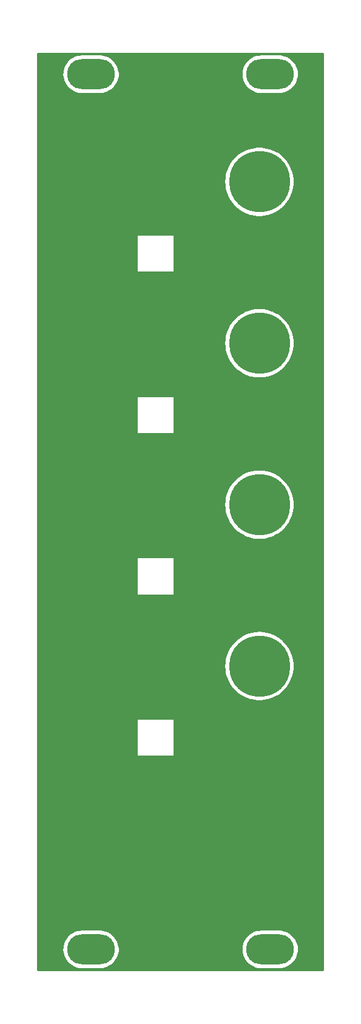
<source format=gbl>
G04 #@! TF.GenerationSoftware,KiCad,Pcbnew,7.0.5.1-1-g8f565ef7f0-dirty-deb11*
G04 #@! TF.CreationDate,2023-06-10T15:43:30+00:00*
G04 #@! TF.ProjectId,Basic-DC-mixer,42617369-632d-4444-932d-6d697865722e,rev?*
G04 #@! TF.SameCoordinates,Original*
G04 #@! TF.FileFunction,Copper,L2,Bot*
G04 #@! TF.FilePolarity,Positive*
%FSLAX46Y46*%
G04 Gerber Fmt 4.6, Leading zero omitted, Abs format (unit mm)*
G04 Created by KiCad (PCBNEW 7.0.5.1-1-g8f565ef7f0-dirty-deb11) date 2023-06-10 15:43:30*
%MOMM*%
%LPD*%
G01*
G04 APERTURE LIST*
G04 #@! TA.AperFunction,ComponentPad*
%ADD10O,6.700000X4.200000*%
G04 #@! TD*
G04 #@! TA.AperFunction,ViaPad*
%ADD11C,8.500000*%
G04 #@! TD*
G04 #@! TA.AperFunction,ViaPad*
%ADD12C,8.000000*%
G04 #@! TD*
G04 APERTURE END LIST*
D10*
X79500000Y-147000000D03*
X79500000Y-25000000D03*
X104500000Y-147000000D03*
X104500000Y-25000000D03*
D11*
X103000000Y-107500000D03*
X103000000Y-85000000D03*
X103000000Y-40000000D03*
X103000000Y-62500000D03*
D12*
X107000000Y-128500000D03*
X77500000Y-62500000D03*
X97000000Y-128500000D03*
X77500000Y-107500000D03*
X77500000Y-85000000D03*
X88500000Y-107500000D03*
X88500000Y-62500000D03*
X88500000Y-40000000D03*
X77500000Y-40000000D03*
X88500000Y-85000000D03*
G04 #@! TA.AperFunction,Conductor*
G36*
X111937500Y-22017113D02*
G01*
X111982887Y-22062500D01*
X111999500Y-22124500D01*
X111999500Y-149875500D01*
X111982887Y-149937500D01*
X111937500Y-149982887D01*
X111875500Y-149999500D01*
X72124500Y-149999500D01*
X72062500Y-149982887D01*
X72017113Y-149937500D01*
X72000500Y-149875500D01*
X72000500Y-147080481D01*
X75637782Y-147080481D01*
X75667472Y-147400882D01*
X75736309Y-147715206D01*
X75843252Y-148018687D01*
X75986679Y-148306728D01*
X76164416Y-148574960D01*
X76373769Y-148819318D01*
X76496683Y-148931368D01*
X76611562Y-149036094D01*
X76874192Y-149222006D01*
X77157679Y-149374235D01*
X77457724Y-149490473D01*
X77769779Y-149568958D01*
X77969163Y-149593647D01*
X78089112Y-149608500D01*
X78089113Y-149608500D01*
X80830364Y-149608500D01*
X80830368Y-149608500D01*
X81071163Y-149593648D01*
X81387458Y-149534523D01*
X81694090Y-149436976D01*
X81986410Y-149302487D01*
X82259987Y-149133096D01*
X82510675Y-148931368D01*
X82734672Y-148700363D01*
X82928584Y-148443582D01*
X83089471Y-148164918D01*
X83214894Y-147868595D01*
X83302951Y-147559105D01*
X83352308Y-147241139D01*
X83357258Y-147080481D01*
X100637782Y-147080481D01*
X100667472Y-147400882D01*
X100736309Y-147715206D01*
X100843252Y-148018687D01*
X100986679Y-148306728D01*
X101164416Y-148574960D01*
X101373769Y-148819318D01*
X101496683Y-148931368D01*
X101611562Y-149036094D01*
X101874192Y-149222006D01*
X102157679Y-149374235D01*
X102457724Y-149490473D01*
X102769779Y-149568958D01*
X102969163Y-149593647D01*
X103089112Y-149608500D01*
X103089113Y-149608500D01*
X105830364Y-149608500D01*
X105830368Y-149608500D01*
X106071163Y-149593648D01*
X106387458Y-149534523D01*
X106694090Y-149436976D01*
X106986410Y-149302487D01*
X107259987Y-149133096D01*
X107510675Y-148931368D01*
X107734672Y-148700363D01*
X107928584Y-148443582D01*
X108089471Y-148164918D01*
X108214894Y-147868595D01*
X108302951Y-147559105D01*
X108352308Y-147241139D01*
X108362217Y-146919518D01*
X108332528Y-146599118D01*
X108263690Y-146284794D01*
X108156747Y-145981311D01*
X108013320Y-145693271D01*
X107835584Y-145425040D01*
X107728145Y-145299637D01*
X107626230Y-145180681D01*
X107388437Y-144963905D01*
X107125808Y-144777994D01*
X106842326Y-144625767D01*
X106842321Y-144625765D01*
X106542276Y-144509527D01*
X106542274Y-144509526D01*
X106542273Y-144509526D01*
X106230218Y-144431041D01*
X105910888Y-144391500D01*
X105910887Y-144391500D01*
X103169632Y-144391500D01*
X102928837Y-144406352D01*
X102823405Y-144426060D01*
X102612540Y-144465477D01*
X102305910Y-144563024D01*
X102013586Y-144697515D01*
X101740016Y-144866901D01*
X101489324Y-145068632D01*
X101265327Y-145299637D01*
X101071415Y-145556419D01*
X100910527Y-145835083D01*
X100785106Y-146131404D01*
X100741463Y-146284794D01*
X100697049Y-146440895D01*
X100658942Y-146686380D01*
X100647691Y-146758866D01*
X100637782Y-147080481D01*
X83357258Y-147080481D01*
X83362217Y-146919518D01*
X83332528Y-146599118D01*
X83263690Y-146284794D01*
X83156747Y-145981311D01*
X83013320Y-145693271D01*
X82835584Y-145425040D01*
X82728145Y-145299637D01*
X82626230Y-145180681D01*
X82388437Y-144963905D01*
X82125808Y-144777994D01*
X81842326Y-144625767D01*
X81842321Y-144625765D01*
X81542276Y-144509527D01*
X81542274Y-144509526D01*
X81542273Y-144509526D01*
X81230218Y-144431041D01*
X80910888Y-144391500D01*
X80910887Y-144391500D01*
X78169632Y-144391500D01*
X77928837Y-144406352D01*
X77823405Y-144426060D01*
X77612540Y-144465477D01*
X77305910Y-144563024D01*
X77013586Y-144697515D01*
X76740016Y-144866901D01*
X76489324Y-145068632D01*
X76265327Y-145299637D01*
X76071415Y-145556419D01*
X75910527Y-145835083D01*
X75785106Y-146131404D01*
X75741463Y-146284794D01*
X75697049Y-146440895D01*
X75658942Y-146686380D01*
X75647691Y-146758866D01*
X75637782Y-147080481D01*
X72000500Y-147080481D01*
X72000500Y-115000000D01*
X86000000Y-115000000D01*
X86000000Y-120000000D01*
X91000000Y-120000000D01*
X91000000Y-115000000D01*
X86000000Y-115000000D01*
X72000500Y-115000000D01*
X72000500Y-107499999D01*
X98236703Y-107499999D01*
X98255879Y-107926974D01*
X98313252Y-108350520D01*
X98408360Y-108767212D01*
X98540437Y-109173706D01*
X98708415Y-109566710D01*
X98910956Y-109943095D01*
X99146411Y-110299792D01*
X99146413Y-110299795D01*
X99412898Y-110633957D01*
X99708264Y-110942886D01*
X99708269Y-110942890D01*
X100030134Y-111224096D01*
X100301662Y-111421371D01*
X100375915Y-111475319D01*
X100562290Y-111586673D01*
X100742819Y-111694535D01*
X100742822Y-111694536D01*
X100742823Y-111694537D01*
X101127905Y-111879983D01*
X101528061Y-112030164D01*
X101528063Y-112030164D01*
X101528067Y-112030166D01*
X101802731Y-112105967D01*
X101940067Y-112143870D01*
X102360607Y-112220187D01*
X102786296Y-112258500D01*
X103213702Y-112258500D01*
X103213704Y-112258500D01*
X103639393Y-112220187D01*
X104059933Y-112143870D01*
X104471939Y-112030164D01*
X104872095Y-111879983D01*
X105257177Y-111694537D01*
X105624085Y-111475319D01*
X105969866Y-111224095D01*
X106291736Y-110942886D01*
X106587102Y-110633957D01*
X106853587Y-110299795D01*
X107089046Y-109943091D01*
X107291581Y-109566717D01*
X107459564Y-109173702D01*
X107591640Y-108767212D01*
X107686748Y-108350519D01*
X107744120Y-107926979D01*
X107763296Y-107500000D01*
X107744120Y-107073021D01*
X107686748Y-106649481D01*
X107591640Y-106232788D01*
X107459564Y-105826298D01*
X107291581Y-105433283D01*
X107089046Y-105056909D01*
X106853587Y-104700205D01*
X106587102Y-104366043D01*
X106291736Y-104057114D01*
X106234798Y-104007369D01*
X105969865Y-103775903D01*
X105624085Y-103524681D01*
X105257180Y-103305464D01*
X105072296Y-103216429D01*
X104872095Y-103120017D01*
X104671358Y-103044679D01*
X104471932Y-102969833D01*
X104059935Y-102856130D01*
X103639398Y-102779813D01*
X103335329Y-102752446D01*
X103213704Y-102741500D01*
X102786296Y-102741500D01*
X102679873Y-102751078D01*
X102360601Y-102779813D01*
X101940064Y-102856130D01*
X101528067Y-102969833D01*
X101127905Y-103120017D01*
X100742819Y-103305464D01*
X100375914Y-103524681D01*
X100030134Y-103775903D01*
X99708269Y-104057109D01*
X99412895Y-104366046D01*
X99146411Y-104700207D01*
X98910956Y-105056904D01*
X98708415Y-105433289D01*
X98540437Y-105826293D01*
X98408360Y-106232787D01*
X98313252Y-106649479D01*
X98255879Y-107073025D01*
X98236703Y-107499999D01*
X72000500Y-107499999D01*
X72000500Y-92500000D01*
X86000000Y-92500000D01*
X86000000Y-97500000D01*
X91000000Y-97500000D01*
X91000000Y-92500000D01*
X86000000Y-92500000D01*
X72000500Y-92500000D01*
X72000500Y-84999999D01*
X98236703Y-84999999D01*
X98255879Y-85426974D01*
X98313252Y-85850520D01*
X98408360Y-86267212D01*
X98540437Y-86673706D01*
X98708415Y-87066710D01*
X98910956Y-87443095D01*
X99146411Y-87799792D01*
X99146413Y-87799795D01*
X99412898Y-88133957D01*
X99708264Y-88442886D01*
X99708269Y-88442890D01*
X100030134Y-88724096D01*
X100301662Y-88921371D01*
X100375915Y-88975319D01*
X100562290Y-89086673D01*
X100742819Y-89194535D01*
X100742822Y-89194536D01*
X100742823Y-89194537D01*
X101127905Y-89379983D01*
X101528061Y-89530164D01*
X101528063Y-89530164D01*
X101528067Y-89530166D01*
X101802731Y-89605968D01*
X101940067Y-89643870D01*
X102360607Y-89720187D01*
X102786296Y-89758500D01*
X103213702Y-89758500D01*
X103213704Y-89758500D01*
X103639393Y-89720187D01*
X104059933Y-89643870D01*
X104471939Y-89530164D01*
X104872095Y-89379983D01*
X105257177Y-89194537D01*
X105624085Y-88975319D01*
X105969866Y-88724095D01*
X106291736Y-88442886D01*
X106587102Y-88133957D01*
X106853587Y-87799795D01*
X107089046Y-87443091D01*
X107291581Y-87066717D01*
X107459564Y-86673702D01*
X107591640Y-86267212D01*
X107686748Y-85850519D01*
X107744120Y-85426979D01*
X107763296Y-85000000D01*
X107744120Y-84573021D01*
X107686748Y-84149481D01*
X107591640Y-83732788D01*
X107459564Y-83326298D01*
X107291581Y-82933283D01*
X107089046Y-82556909D01*
X106853587Y-82200205D01*
X106587102Y-81866043D01*
X106291736Y-81557114D01*
X106234798Y-81507369D01*
X105969865Y-81275903D01*
X105624085Y-81024681D01*
X105257180Y-80805464D01*
X105072296Y-80716429D01*
X104872095Y-80620017D01*
X104671358Y-80544679D01*
X104471932Y-80469833D01*
X104059935Y-80356130D01*
X103639398Y-80279813D01*
X103335329Y-80252446D01*
X103213704Y-80241500D01*
X102786296Y-80241500D01*
X102679873Y-80251078D01*
X102360601Y-80279813D01*
X101940064Y-80356130D01*
X101528067Y-80469833D01*
X101127905Y-80620017D01*
X100742819Y-80805464D01*
X100375914Y-81024681D01*
X100030134Y-81275903D01*
X99708269Y-81557109D01*
X99412895Y-81866046D01*
X99146411Y-82200207D01*
X98910956Y-82556904D01*
X98708415Y-82933289D01*
X98540437Y-83326293D01*
X98408360Y-83732787D01*
X98313252Y-84149479D01*
X98255879Y-84573025D01*
X98236703Y-84999999D01*
X72000500Y-84999999D01*
X72000500Y-70000000D01*
X86000000Y-70000000D01*
X86000000Y-75000000D01*
X91000000Y-75000000D01*
X91000000Y-70000000D01*
X86000000Y-70000000D01*
X72000500Y-70000000D01*
X72000500Y-62500000D01*
X98236703Y-62500000D01*
X98255879Y-62926974D01*
X98313252Y-63350520D01*
X98408360Y-63767212D01*
X98540437Y-64173706D01*
X98708415Y-64566710D01*
X98910956Y-64943095D01*
X99146411Y-65299792D01*
X99146413Y-65299795D01*
X99412898Y-65633957D01*
X99708264Y-65942886D01*
X99708269Y-65942890D01*
X100030134Y-66224096D01*
X100301662Y-66421371D01*
X100375915Y-66475319D01*
X100562290Y-66586673D01*
X100742819Y-66694535D01*
X100742822Y-66694536D01*
X100742823Y-66694537D01*
X101127905Y-66879983D01*
X101528061Y-67030164D01*
X101528063Y-67030164D01*
X101528067Y-67030166D01*
X101802731Y-67105968D01*
X101940067Y-67143870D01*
X102360607Y-67220187D01*
X102786296Y-67258500D01*
X103213702Y-67258500D01*
X103213704Y-67258500D01*
X103639393Y-67220187D01*
X104059933Y-67143870D01*
X104471939Y-67030164D01*
X104872095Y-66879983D01*
X105257177Y-66694537D01*
X105624085Y-66475319D01*
X105969866Y-66224095D01*
X106291736Y-65942886D01*
X106587102Y-65633957D01*
X106853587Y-65299795D01*
X107089046Y-64943091D01*
X107291581Y-64566717D01*
X107459564Y-64173702D01*
X107591640Y-63767212D01*
X107686748Y-63350519D01*
X107744120Y-62926979D01*
X107763296Y-62500000D01*
X107744120Y-62073021D01*
X107686748Y-61649481D01*
X107591640Y-61232788D01*
X107459564Y-60826298D01*
X107291581Y-60433283D01*
X107089046Y-60056909D01*
X106853587Y-59700205D01*
X106587102Y-59366043D01*
X106291736Y-59057114D01*
X106234798Y-59007369D01*
X105969865Y-58775903D01*
X105624085Y-58524681D01*
X105257180Y-58305464D01*
X105072296Y-58216429D01*
X104872095Y-58120017D01*
X104671358Y-58044679D01*
X104471932Y-57969833D01*
X104059935Y-57856130D01*
X103639398Y-57779813D01*
X103335329Y-57752446D01*
X103213704Y-57741500D01*
X102786296Y-57741500D01*
X102679873Y-57751078D01*
X102360601Y-57779813D01*
X101940064Y-57856130D01*
X101528067Y-57969833D01*
X101127905Y-58120017D01*
X100742819Y-58305464D01*
X100375914Y-58524681D01*
X100030134Y-58775903D01*
X99708269Y-59057109D01*
X99412895Y-59366046D01*
X99146411Y-59700207D01*
X98910956Y-60056904D01*
X98708415Y-60433289D01*
X98540437Y-60826293D01*
X98408360Y-61232787D01*
X98313252Y-61649479D01*
X98255879Y-62073025D01*
X98236703Y-62500000D01*
X72000500Y-62500000D01*
X72000500Y-47500000D01*
X86000000Y-47500000D01*
X86000000Y-52500000D01*
X91000000Y-52500000D01*
X91000000Y-47500000D01*
X86000000Y-47500000D01*
X72000500Y-47500000D01*
X72000500Y-40000000D01*
X98236703Y-40000000D01*
X98255879Y-40426974D01*
X98313252Y-40850520D01*
X98408360Y-41267212D01*
X98540437Y-41673706D01*
X98708415Y-42066710D01*
X98910956Y-42443095D01*
X99146411Y-42799792D01*
X99146413Y-42799795D01*
X99412898Y-43133957D01*
X99708264Y-43442886D01*
X99708269Y-43442890D01*
X100030134Y-43724096D01*
X100301662Y-43921371D01*
X100375915Y-43975319D01*
X100562290Y-44086673D01*
X100742819Y-44194535D01*
X100742822Y-44194536D01*
X100742823Y-44194537D01*
X101127905Y-44379983D01*
X101528061Y-44530164D01*
X101528063Y-44530164D01*
X101528067Y-44530166D01*
X101802731Y-44605967D01*
X101940067Y-44643870D01*
X102360607Y-44720187D01*
X102786296Y-44758500D01*
X103213702Y-44758500D01*
X103213704Y-44758500D01*
X103639393Y-44720187D01*
X104059933Y-44643870D01*
X104471939Y-44530164D01*
X104872095Y-44379983D01*
X105257177Y-44194537D01*
X105624085Y-43975319D01*
X105969866Y-43724095D01*
X106291736Y-43442886D01*
X106587102Y-43133957D01*
X106853587Y-42799795D01*
X107089046Y-42443091D01*
X107291581Y-42066717D01*
X107459564Y-41673702D01*
X107591640Y-41267212D01*
X107686748Y-40850519D01*
X107744120Y-40426979D01*
X107763296Y-40000000D01*
X107744120Y-39573021D01*
X107686748Y-39149481D01*
X107591640Y-38732788D01*
X107459564Y-38326298D01*
X107291581Y-37933283D01*
X107089046Y-37556909D01*
X106853587Y-37200205D01*
X106587102Y-36866043D01*
X106291736Y-36557114D01*
X106234798Y-36507369D01*
X105969865Y-36275903D01*
X105624085Y-36024681D01*
X105257180Y-35805464D01*
X105072296Y-35716429D01*
X104872095Y-35620017D01*
X104671358Y-35544679D01*
X104471932Y-35469833D01*
X104059935Y-35356130D01*
X103639398Y-35279813D01*
X103335329Y-35252446D01*
X103213704Y-35241500D01*
X102786296Y-35241500D01*
X102679873Y-35251078D01*
X102360601Y-35279813D01*
X101940064Y-35356130D01*
X101528067Y-35469833D01*
X101127905Y-35620017D01*
X100742819Y-35805464D01*
X100375914Y-36024681D01*
X100030134Y-36275903D01*
X99708269Y-36557109D01*
X99412895Y-36866046D01*
X99146411Y-37200207D01*
X98910956Y-37556904D01*
X98708415Y-37933289D01*
X98540437Y-38326293D01*
X98408360Y-38732787D01*
X98313252Y-39149479D01*
X98255879Y-39573025D01*
X98236703Y-40000000D01*
X72000500Y-40000000D01*
X72000500Y-25080481D01*
X75637782Y-25080481D01*
X75667472Y-25400882D01*
X75736309Y-25715206D01*
X75843252Y-26018687D01*
X75986679Y-26306728D01*
X76164416Y-26574960D01*
X76373769Y-26819318D01*
X76496683Y-26931368D01*
X76611562Y-27036094D01*
X76874192Y-27222006D01*
X77157679Y-27374235D01*
X77457724Y-27490473D01*
X77769779Y-27568958D01*
X77969163Y-27593647D01*
X78089112Y-27608500D01*
X78089113Y-27608500D01*
X80830364Y-27608500D01*
X80830368Y-27608500D01*
X81071163Y-27593648D01*
X81387458Y-27534523D01*
X81694090Y-27436976D01*
X81986410Y-27302487D01*
X82259987Y-27133096D01*
X82510675Y-26931368D01*
X82734672Y-26700363D01*
X82928584Y-26443582D01*
X83089471Y-26164918D01*
X83214894Y-25868595D01*
X83302951Y-25559105D01*
X83352308Y-25241139D01*
X83357258Y-25080481D01*
X100637782Y-25080481D01*
X100667472Y-25400882D01*
X100736309Y-25715206D01*
X100843252Y-26018687D01*
X100986679Y-26306728D01*
X101164416Y-26574960D01*
X101373769Y-26819318D01*
X101496683Y-26931368D01*
X101611562Y-27036094D01*
X101874192Y-27222006D01*
X102157679Y-27374235D01*
X102457724Y-27490473D01*
X102769779Y-27568958D01*
X102969163Y-27593647D01*
X103089112Y-27608500D01*
X103089113Y-27608500D01*
X105830364Y-27608500D01*
X105830368Y-27608500D01*
X106071163Y-27593648D01*
X106387458Y-27534523D01*
X106694090Y-27436976D01*
X106986410Y-27302487D01*
X107259987Y-27133096D01*
X107510675Y-26931368D01*
X107734672Y-26700363D01*
X107928584Y-26443582D01*
X108089471Y-26164918D01*
X108214894Y-25868595D01*
X108302951Y-25559105D01*
X108352308Y-25241139D01*
X108362217Y-24919518D01*
X108332528Y-24599118D01*
X108263690Y-24284794D01*
X108156747Y-23981311D01*
X108013320Y-23693271D01*
X107835584Y-23425040D01*
X107728145Y-23299637D01*
X107626230Y-23180681D01*
X107388437Y-22963905D01*
X107125808Y-22777994D01*
X106842326Y-22625767D01*
X106842321Y-22625765D01*
X106542276Y-22509527D01*
X106542274Y-22509526D01*
X106542273Y-22509526D01*
X106230218Y-22431041D01*
X105910888Y-22391500D01*
X105910887Y-22391500D01*
X103169632Y-22391500D01*
X102928837Y-22406352D01*
X102823405Y-22426060D01*
X102612540Y-22465477D01*
X102305910Y-22563024D01*
X102013586Y-22697515D01*
X101740016Y-22866901D01*
X101489324Y-23068632D01*
X101265327Y-23299637D01*
X101071415Y-23556419D01*
X100910527Y-23835083D01*
X100785106Y-24131404D01*
X100741463Y-24284794D01*
X100697049Y-24440895D01*
X100658942Y-24686380D01*
X100647691Y-24758866D01*
X100637782Y-25080481D01*
X83357258Y-25080481D01*
X83362217Y-24919518D01*
X83332528Y-24599118D01*
X83263690Y-24284794D01*
X83156747Y-23981311D01*
X83013320Y-23693271D01*
X82835584Y-23425040D01*
X82728145Y-23299637D01*
X82626230Y-23180681D01*
X82388437Y-22963905D01*
X82125808Y-22777994D01*
X81842326Y-22625767D01*
X81842321Y-22625765D01*
X81542276Y-22509527D01*
X81542274Y-22509526D01*
X81542273Y-22509526D01*
X81230218Y-22431041D01*
X80910888Y-22391500D01*
X80910887Y-22391500D01*
X78169632Y-22391500D01*
X77928837Y-22406352D01*
X77823405Y-22426060D01*
X77612540Y-22465477D01*
X77305910Y-22563024D01*
X77013586Y-22697515D01*
X76740016Y-22866901D01*
X76489324Y-23068632D01*
X76265327Y-23299637D01*
X76071415Y-23556419D01*
X75910527Y-23835083D01*
X75785106Y-24131404D01*
X75741463Y-24284794D01*
X75697049Y-24440895D01*
X75658942Y-24686380D01*
X75647691Y-24758866D01*
X75637782Y-25080481D01*
X72000500Y-25080481D01*
X72000500Y-22124500D01*
X72017113Y-22062500D01*
X72062500Y-22017113D01*
X72124500Y-22000500D01*
X111875500Y-22000500D01*
X111937500Y-22017113D01*
G37*
G04 #@! TD.AperFunction*
M02*

</source>
